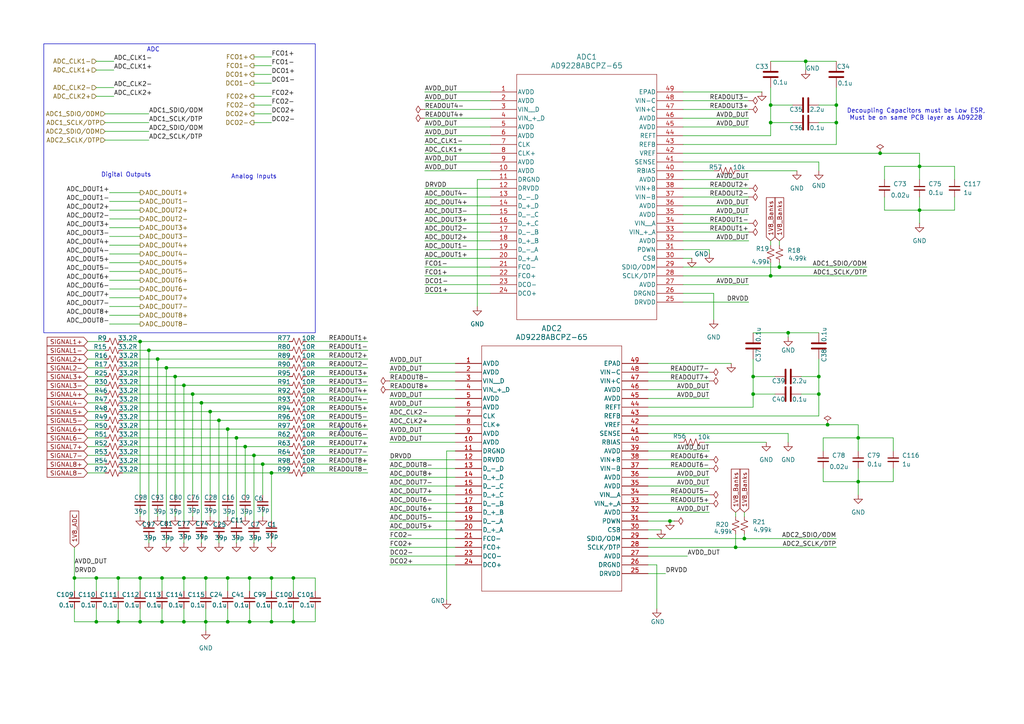
<source format=kicad_sch>
(kicad_sch (version 20250114) (generator "eeschema") (generator_version "9.0")
  (paper "A4")
  (rectangle (start 12.7 12.7) (end 91.44 96.52))
  (text "ADC" (at 44.45 14.478 0) (effects (font (size 1.27 1.27))))
  (text "Decoupling Capacitors must be Low ESR,\nMust be on same PCB layer as AD9228" (at 265.684 33.274 0) (effects (font (size 1.27 1.27))))
  (text "Analog Inputs" (at 73.66 51.308 0) (effects (font (size 1.27 1.27))))
  (text "Digital Outputs" (at 36.576 50.8 0) (effects (font (size 1.27 1.27))))
  (junction (at 78.74 137.16))
  (junction (at 53.34 167.64))
  (junction (at 66.04 180.34))
  (junction (at 228.6 96.52))
  (junction (at 46.99 167.64))
  (junction (at 50.8 109.22))
  (junction (at 58.42 116.84))
  (junction (at 68.58 127))
  (junction (at 248.92 139.7))
  (junction (at 40.64 180.34))
  (junction (at 218.44 109.22))
  (junction (at 248.92 127))
  (junction (at 78.74 167.64))
  (junction (at 45.72 104.14))
  (junction (at 59.69 167.64))
  (junction (at 43.18 101.6))
  (junction (at 46.99 180.34))
  (junction (at 78.74 180.34))
  (junction (at 27.94 167.64))
  (junction (at 237.49 109.22))
  (junction (at 72.39 180.34))
  (junction (at 60.96 119.38))
  (junction (at 73.66 132.08))
  (junction (at 237.49 114.3))
  (junction (at 242.57 30.48))
  (junction (at 223.52 80.01))
  (junction (at 48.26 106.68))
  (junction (at 21.59 167.64))
  (junction (at 223.52 35.56))
  (junction (at 240.03 123.19))
  (junction (at 266.7 60.96))
  (junction (at 85.09 180.34))
  (junction (at 72.39 167.64))
  (junction (at 76.2 134.62))
  (junction (at 27.94 180.34))
  (junction (at 63.5 121.92))
  (junction (at 55.88 114.3))
  (junction (at 213.36 158.75))
  (junction (at 53.34 111.76))
  (junction (at 34.29 180.34))
  (junction (at 223.52 30.48))
  (junction (at 40.64 99.06))
  (junction (at 66.04 167.64))
  (junction (at 59.69 180.34))
  (junction (at 218.44 114.3))
  (junction (at 34.29 167.64))
  (junction (at 66.04 124.46))
  (junction (at 53.34 180.34))
  (junction (at 85.09 167.64))
  (junction (at 194.31 151.13))
  (junction (at 40.64 167.64))
  (junction (at 226.06 77.47))
  (junction (at 242.57 35.56))
  (junction (at 71.12 129.54))
  (junction (at 255.27 44.45))
  (junction (at 266.7 48.26))
  (junction (at 233.68 17.78))
  (junction (at 215.9 156.21))
  (no_connect (at 99.06 124.46))
  (wire (pts (xy 53.34 180.34) (xy 59.69 180.34)))
  (wire (pts (xy 31.75 68.58) (xy 40.64 68.58)))
  (wire (pts (xy 31.75 93.98) (xy 40.64 93.98)))
  (wire (pts (xy 40.64 148.59) (xy 40.64 149.86)))
  (wire (pts (xy 232.41 114.3) (xy 237.49 114.3)))
  (wire (pts (xy 256.54 48.26) (xy 266.7 48.26)))
  (wire (pts (xy 207.01 85.09) (xy 207.01 92.71)))
  (wire (pts (xy 35.56 106.68) (xy 48.26 106.68)))
  (wire (pts (xy 123.19 69.85) (xy 142.24 69.85)))
  (wire (pts (xy 123.19 39.37) (xy 142.24 39.37)))
  (wire (pts (xy 55.88 114.3) (xy 55.88 143.51)))
  (wire (pts (xy 91.44 167.64) (xy 91.44 171.45)))
  (wire (pts (xy 50.8 109.22) (xy 83.82 109.22)))
  (wire (pts (xy 198.12 31.75) (xy 217.17 31.75)))
  (wire (pts (xy 259.08 127) (xy 259.08 130.81)))
  (wire (pts (xy 21.59 176.53) (xy 21.59 180.34)))
  (wire (pts (xy 35.56 129.54) (xy 71.12 129.54)))
  (wire (pts (xy 30.48 33.02) (xy 43.18 33.02)))
  (wire (pts (xy 223.52 80.01) (xy 251.46 80.01)))
  (wire (pts (xy 123.19 85.09) (xy 142.24 85.09)))
  (wire (pts (xy 88.9 106.68) (xy 106.68 106.68)))
  (wire (pts (xy 72.39 167.64) (xy 78.74 167.64)))
  (wire (pts (xy 198.12 85.09) (xy 207.01 85.09)))
  (wire (pts (xy 31.75 71.12) (xy 40.64 71.12)))
  (wire (pts (xy 237.49 35.56) (xy 242.57 35.56)))
  (wire (pts (xy 60.96 119.38) (xy 83.82 119.38)))
  (wire (pts (xy 35.56 101.6) (xy 43.18 101.6)))
  (wire (pts (xy 25.4 109.22) (xy 30.48 109.22)))
  (wire (pts (xy 88.9 111.76) (xy 106.68 111.76)))
  (wire (pts (xy 237.49 104.14) (xy 237.49 109.22)))
  (wire (pts (xy 218.44 114.3) (xy 218.44 118.11)))
  (wire (pts (xy 123.19 26.67) (xy 142.24 26.67)))
  (wire (pts (xy 123.19 54.61) (xy 142.24 54.61)))
  (wire (pts (xy 21.59 167.64) (xy 21.59 171.45)))
  (wire (pts (xy 123.19 46.99) (xy 142.24 46.99)))
  (wire (pts (xy 223.52 69.85) (xy 223.52 71.12)))
  (wire (pts (xy 123.19 57.15) (xy 142.24 57.15)))
  (wire (pts (xy 35.56 134.62) (xy 76.2 134.62)))
  (wire (pts (xy 35.56 119.38) (xy 60.96 119.38)))
  (wire (pts (xy 187.96 107.95) (xy 205.74 107.95)))
  (wire (pts (xy 113.03 148.59) (xy 132.08 148.59)))
  (wire (pts (xy 187.96 161.29) (xy 199.39 161.29)))
  (wire (pts (xy 113.03 143.51) (xy 132.08 143.51)))
  (wire (pts (xy 88.9 132.08) (xy 106.68 132.08)))
  (wire (pts (xy 31.75 78.74) (xy 40.64 78.74)))
  (wire (pts (xy 30.48 35.56) (xy 43.18 35.56)))
  (wire (pts (xy 215.9 154.94) (xy 215.9 156.21)))
  (wire (pts (xy 30.48 101.6) (xy 25.4 101.6)))
  (wire (pts (xy 198.12 46.99) (xy 237.49 46.99)))
  (wire (pts (xy 59.69 180.34) (xy 59.69 176.53)))
  (wire (pts (xy 40.64 176.53) (xy 40.64 180.34)))
  (wire (pts (xy 113.03 128.27) (xy 132.08 128.27)))
  (wire (pts (xy 45.72 104.14) (xy 83.82 104.14)))
  (wire (pts (xy 78.74 180.34) (xy 85.09 180.34)))
  (wire (pts (xy 53.34 111.76) (xy 83.82 111.76)))
  (wire (pts (xy 123.19 36.83) (xy 142.24 36.83)))
  (wire (pts (xy 78.74 167.64) (xy 78.74 171.45)))
  (wire (pts (xy 113.03 146.05) (xy 132.08 146.05)))
  (wire (pts (xy 27.94 17.78) (xy 33.02 17.78)))
  (wire (pts (xy 123.19 62.23) (xy 142.24 62.23)))
  (wire (pts (xy 187.96 123.19) (xy 240.03 123.19)))
  (wire (pts (xy 232.41 109.22) (xy 237.49 109.22)))
  (wire (pts (xy 198.12 41.91) (xy 242.57 41.91)))
  (wire (pts (xy 217.17 87.63) (xy 198.12 87.63)))
  (wire (pts (xy 187.96 143.51) (xy 205.74 143.51)))
  (wire (pts (xy 35.56 116.84) (xy 58.42 116.84)))
  (wire (pts (xy 187.96 130.81) (xy 205.74 130.81)))
  (wire (pts (xy 198.12 62.23) (xy 217.17 62.23)))
  (wire (pts (xy 31.75 66.04) (xy 40.64 66.04)))
  (wire (pts (xy 218.44 109.22) (xy 224.79 109.22)))
  (wire (pts (xy 50.8 148.59) (xy 50.8 149.86)))
  (wire (pts (xy 237.49 46.99) (xy 237.49 49.53)))
  (wire (pts (xy 35.56 132.08) (xy 73.66 132.08)))
  (wire (pts (xy 238.76 139.7) (xy 248.92 139.7)))
  (wire (pts (xy 88.9 127) (xy 106.68 127)))
  (wire (pts (xy 187.96 128.27) (xy 196.85 128.27)))
  (wire (pts (xy 88.9 137.16) (xy 106.68 137.16)))
  (wire (pts (xy 55.88 114.3) (xy 83.82 114.3)))
  (wire (pts (xy 31.75 73.66) (xy 40.64 73.66)))
  (wire (pts (xy 27.94 176.53) (xy 27.94 180.34)))
  (wire (pts (xy 72.39 180.34) (xy 78.74 180.34)))
  (wire (pts (xy 187.96 120.65) (xy 237.49 120.65)))
  (wire (pts (xy 187.96 138.43) (xy 205.74 138.43)))
  (wire (pts (xy 218.44 96.52) (xy 228.6 96.52)))
  (wire (pts (xy 76.2 134.62) (xy 83.82 134.62)))
  (wire (pts (xy 113.03 153.67) (xy 132.08 153.67)))
  (wire (pts (xy 73.66 21.59) (xy 78.74 21.59)))
  (wire (pts (xy 123.19 31.75) (xy 142.24 31.75)))
  (wire (pts (xy 73.66 27.94) (xy 78.74 27.94)))
  (wire (pts (xy 198.12 36.83) (xy 217.17 36.83)))
  (wire (pts (xy 228.6 96.52) (xy 237.49 96.52)))
  (wire (pts (xy 59.69 171.45) (xy 59.69 167.64)))
  (wire (pts (xy 27.94 180.34) (xy 34.29 180.34)))
  (wire (pts (xy 45.72 148.59) (xy 45.72 149.86)))
  (wire (pts (xy 34.29 180.34) (xy 40.64 180.34)))
  (wire (pts (xy 123.19 41.91) (xy 142.24 41.91)))
  (wire (pts (xy 113.03 123.19) (xy 132.08 123.19)))
  (wire (pts (xy 187.96 151.13) (xy 194.31 151.13)))
  (wire (pts (xy 40.64 167.64) (xy 46.99 167.64)))
  (wire (pts (xy 53.34 176.53) (xy 53.34 180.34)))
  (wire (pts (xy 266.7 60.96) (xy 266.7 57.15)))
  (wire (pts (xy 31.75 83.82) (xy 40.64 83.82)))
  (wire (pts (xy 248.92 127) (xy 259.08 127)))
  (wire (pts (xy 73.66 35.56) (xy 78.74 35.56)))
  (wire (pts (xy 31.75 60.96) (xy 40.64 60.96)))
  (wire (pts (xy 218.44 109.22) (xy 218.44 114.3)))
  (wire (pts (xy 85.09 176.53) (xy 85.09 180.34)))
  (wire (pts (xy 88.9 99.06) (xy 106.68 99.06)))
  (wire (pts (xy 35.56 124.46) (xy 66.04 124.46)))
  (wire (pts (xy 256.54 60.96) (xy 266.7 60.96)))
  (wire (pts (xy 31.75 63.5) (xy 40.64 63.5)))
  (wire (pts (xy 34.29 176.53) (xy 34.29 180.34)))
  (wire (pts (xy 73.66 156.21) (xy 73.66 157.48)))
  (wire (pts (xy 187.96 158.75) (xy 213.36 158.75)))
  (wire (pts (xy 123.19 64.77) (xy 142.24 64.77)))
  (wire (pts (xy 30.48 129.54) (xy 25.4 129.54)))
  (wire (pts (xy 215.9 156.21) (xy 242.57 156.21)))
  (wire (pts (xy 113.03 158.75) (xy 132.08 158.75)))
  (wire (pts (xy 25.4 137.16) (xy 30.48 137.16)))
  (wire (pts (xy 113.03 105.41) (xy 132.08 105.41)))
  (wire (pts (xy 187.96 153.67) (xy 191.77 153.67)))
  (wire (pts (xy 198.12 77.47) (xy 226.06 77.47)))
  (wire (pts (xy 31.75 55.88) (xy 40.64 55.88)))
  (wire (pts (xy 213.36 158.75) (xy 242.57 158.75)))
  (wire (pts (xy 123.19 80.01) (xy 142.24 80.01)))
  (wire (pts (xy 113.03 110.49) (xy 132.08 110.49)))
  (wire (pts (xy 66.04 180.34) (xy 72.39 180.34)))
  (wire (pts (xy 63.5 121.92) (xy 63.5 151.13)))
  (wire (pts (xy 195.58 151.13) (xy 194.31 151.13)))
  (wire (pts (xy 266.7 48.26) (xy 276.86 48.26)))
  (wire (pts (xy 68.58 127) (xy 68.58 151.13)))
  (wire (pts (xy 40.64 99.06) (xy 83.82 99.06)))
  (wire (pts (xy 123.19 49.53) (xy 142.24 49.53)))
  (wire (pts (xy 53.34 167.64) (xy 59.69 167.64)))
  (wire (pts (xy 198.12 39.37) (xy 223.52 39.37)))
  (wire (pts (xy 129.54 130.81) (xy 129.54 173.99)))
  (wire (pts (xy 88.9 101.6) (xy 106.68 101.6)))
  (wire (pts (xy 238.76 135.89) (xy 238.76 139.7)))
  (wire (pts (xy 76.2 134.62) (xy 76.2 143.51)))
  (wire (pts (xy 46.99 167.64) (xy 46.99 171.45)))
  (wire (pts (xy 45.72 104.14) (xy 45.72 143.51)))
  (wire (pts (xy 255.27 44.45) (xy 266.7 44.45)))
  (wire (pts (xy 218.44 114.3) (xy 224.79 114.3)))
  (wire (pts (xy 66.04 167.64) (xy 72.39 167.64)))
  (wire (pts (xy 25.4 104.14) (xy 30.48 104.14)))
  (wire (pts (xy 113.03 135.89) (xy 132.08 135.89)))
  (wire (pts (xy 73.66 16.51) (xy 78.74 16.51)))
  (wire (pts (xy 21.59 167.64) (xy 27.94 167.64)))
  (wire (pts (xy 76.2 148.59) (xy 76.2 149.86)))
  (wire (pts (xy 35.56 109.22) (xy 50.8 109.22)))
  (wire (pts (xy 34.29 167.64) (xy 34.29 171.45)))
  (wire (pts (xy 58.42 156.21) (xy 58.42 157.48)))
  (wire (pts (xy 123.19 74.93) (xy 142.24 74.93)))
  (wire (pts (xy 21.59 158.75) (xy 21.59 167.64)))
  (wire (pts (xy 43.18 156.21) (xy 43.18 157.48)))
  (wire (pts (xy 31.75 88.9) (xy 40.64 88.9)))
  (wire (pts (xy 43.18 101.6) (xy 83.82 101.6)))
  (wire (pts (xy 242.57 30.48) (xy 242.57 35.56)))
  (wire (pts (xy 46.99 180.34) (xy 53.34 180.34)))
  (wire (pts (xy 198.12 82.55) (xy 217.17 82.55)))
  (wire (pts (xy 198.12 59.69) (xy 217.17 59.69)))
  (wire (pts (xy 25.4 106.68) (xy 30.48 106.68)))
  (wire (pts (xy 25.4 127) (xy 30.48 127)))
  (wire (pts (xy 223.52 35.56) (xy 223.52 39.37)))
  (wire (pts (xy 53.34 156.21) (xy 53.34 157.48)))
  (wire (pts (xy 35.56 104.14) (xy 45.72 104.14)))
  (wire (pts (xy 113.03 133.35) (xy 132.08 133.35)))
  (wire (pts (xy 63.5 156.21) (xy 63.5 157.48)))
  (wire (pts (xy 88.9 104.14) (xy 106.68 104.14)))
  (wire (pts (xy 88.9 121.92) (xy 106.68 121.92)))
  (wire (pts (xy 223.52 35.56) (xy 229.87 35.56)))
  (wire (pts (xy 187.96 105.41) (xy 212.09 105.41)))
  (wire (pts (xy 72.39 171.45) (xy 72.39 167.64)))
  (wire (pts (xy 58.42 116.84) (xy 58.42 151.13)))
  (wire (pts (xy 123.19 44.45) (xy 142.24 44.45)))
  (wire (pts (xy 63.5 121.92) (xy 83.82 121.92)))
  (wire (pts (xy 242.57 35.56) (xy 242.57 41.91)))
  (wire (pts (xy 132.08 130.81) (xy 129.54 130.81)))
  (wire (pts (xy 35.56 121.92) (xy 63.5 121.92)))
  (wire (pts (xy 215.9 148.59) (xy 215.9 149.86)))
  (wire (pts (xy 85.09 167.64) (xy 91.44 167.64)))
  (wire (pts (xy 25.4 116.84) (xy 30.48 116.84)))
  (wire (pts (xy 187.96 133.35) (xy 205.74 133.35)))
  (wire (pts (xy 256.54 57.15) (xy 256.54 60.96)))
  (wire (pts (xy 25.4 111.76) (xy 30.48 111.76)))
  (wire (pts (xy 25.4 134.62) (xy 30.48 134.62)))
  (wire (pts (xy 190.5 163.83) (xy 187.96 163.83)))
  (wire (pts (xy 187.96 140.97) (xy 205.74 140.97)))
  (wire (pts (xy 223.52 30.48) (xy 223.52 35.56)))
  (wire (pts (xy 88.9 114.3) (xy 106.68 114.3)))
  (wire (pts (xy 58.42 116.84) (xy 83.82 116.84)))
  (wire (pts (xy 113.03 156.21) (xy 132.08 156.21)))
  (wire (pts (xy 66.04 124.46) (xy 66.04 143.51)))
  (wire (pts (xy 198.12 69.85) (xy 217.17 69.85)))
  (wire (pts (xy 55.88 148.59) (xy 55.88 149.86)))
  (wire (pts (xy 31.75 81.28) (xy 40.64 81.28)))
  (wire (pts (xy 113.03 140.97) (xy 132.08 140.97)))
  (wire (pts (xy 78.74 156.21) (xy 78.74 157.48)))
  (wire (pts (xy 123.19 67.31) (xy 142.24 67.31)))
  (wire (pts (xy 46.99 176.53) (xy 46.99 180.34)))
  (wire (pts (xy 113.03 113.03) (xy 132.08 113.03)))
  (wire (pts (xy 71.12 129.54) (xy 83.82 129.54)))
  (wire (pts (xy 242.57 25.4) (xy 242.57 30.48)))
  (wire (pts (xy 213.36 154.94) (xy 213.36 158.75)))
  (wire (pts (xy 213.36 148.59) (xy 213.36 149.86)))
  (wire (pts (xy 71.12 129.54) (xy 71.12 143.51)))
  (wire (pts (xy 25.4 132.08) (xy 30.48 132.08)))
  (wire (pts (xy 30.48 40.64) (xy 43.18 40.64)))
  (wire (pts (xy 66.04 167.64) (xy 66.04 171.45)))
  (wire (pts (xy 198.12 57.15) (xy 217.17 57.15)))
  (wire (pts (xy 259.08 135.89) (xy 259.08 139.7)))
  (wire (pts (xy 78.74 137.16) (xy 78.74 151.13)))
  (wire (pts (xy 68.58 156.21) (xy 68.58 157.48)))
  (wire (pts (xy 78.74 176.53) (xy 78.74 180.34)))
  (wire (pts (xy 50.8 109.22) (xy 50.8 143.51)))
  (wire (pts (xy 198.12 72.39) (xy 205.74 72.39)))
  (wire (pts (xy 35.56 127) (xy 68.58 127)))
  (wire (pts (xy 25.4 124.46) (xy 30.48 124.46)))
  (wire (pts (xy 68.58 127) (xy 83.82 127)))
  (wire (pts (xy 88.9 124.46) (xy 106.68 124.46)))
  (wire (pts (xy 85.09 167.64) (xy 85.09 171.45)))
  (wire (pts (xy 223.52 76.2) (xy 223.52 80.01)))
  (wire (pts (xy 123.19 72.39) (xy 142.24 72.39)))
  (wire (pts (xy 187.96 115.57) (xy 205.74 115.57)))
  (wire (pts (xy 198.12 49.53) (xy 207.01 49.53)))
  (wire (pts (xy 123.19 59.69) (xy 142.24 59.69)))
  (wire (pts (xy 214.63 49.53) (xy 231.14 49.53)))
  (wire (pts (xy 198.12 44.45) (xy 255.27 44.45)))
  (wire (pts (xy 123.19 34.29) (xy 142.24 34.29)))
  (wire (pts (xy 66.04 148.59) (xy 66.04 149.86)))
  (wire (pts (xy 123.19 77.47) (xy 142.24 77.47)))
  (wire (pts (xy 71.12 148.59) (xy 71.12 149.86)))
  (wire (pts (xy 113.03 125.73) (xy 132.08 125.73)))
  (wire (pts (xy 60.96 148.59) (xy 60.96 149.86)))
  (wire (pts (xy 266.7 48.26) (xy 266.7 52.07)))
  (wire (pts (xy 35.56 137.16) (xy 78.74 137.16)))
  (wire (pts (xy 237.49 30.48) (xy 242.57 30.48)))
  (wire (pts (xy 223.52 30.48) (xy 229.87 30.48)))
  (wire (pts (xy 31.75 76.2) (xy 40.64 76.2)))
  (wire (pts (xy 223.52 17.78) (xy 233.68 17.78)))
  (wire (pts (xy 59.69 180.34) (xy 66.04 180.34)))
  (wire (pts (xy 198.12 74.93) (xy 200.66 74.93)))
  (wire (pts (xy 198.12 64.77) (xy 217.17 64.77)))
  (wire (pts (xy 60.96 119.38) (xy 60.96 143.51)))
  (wire (pts (xy 73.66 132.08) (xy 73.66 151.13)))
  (wire (pts (xy 59.69 167.64) (xy 66.04 167.64)))
  (wire (pts (xy 31.75 91.44) (xy 40.64 91.44)))
  (wire (pts (xy 113.03 120.65) (xy 132.08 120.65)))
  (wire (pts (xy 53.34 167.64) (xy 53.34 171.45)))
  (wire (pts (xy 187.96 148.59) (xy 205.74 148.59)))
  (wire (pts (xy 113.03 107.95) (xy 132.08 107.95)))
  (wire (pts (xy 123.19 82.55) (xy 142.24 82.55)))
  (wire (pts (xy 187.96 125.73) (xy 228.6 125.73)))
  (wire (pts (xy 276.86 60.96) (xy 266.7 60.96)))
  (wire (pts (xy 266.7 60.96) (xy 266.7 64.77)))
  (wire (pts (xy 190.5 176.53) (xy 190.5 163.83)))
  (wire (pts (xy 248.92 123.19) (xy 248.92 127)))
  (wire (pts (xy 31.75 86.36) (xy 40.64 86.36)))
  (wire (pts (xy 31.75 58.42) (xy 40.64 58.42)))
  (wire (pts (xy 138.43 52.07) (xy 138.43 88.9)))
  (wire (pts (xy 40.64 167.64) (xy 40.64 171.45)))
  (wire (pts (xy 27.94 25.4) (xy 33.02 25.4)))
  (wire (pts (xy 73.66 33.02) (xy 78.74 33.02)))
  (wire (pts (xy 72.39 176.53) (xy 72.39 180.34)))
  (wire (pts (xy 187.96 113.03) (xy 205.74 113.03)))
  (wire (pts (xy 198.12 34.29) (xy 217.17 34.29)))
  (wire (pts (xy 240.03 123.19) (xy 248.92 123.19)))
  (wire (pts (xy 43.18 101.6) (xy 43.18 151.13)))
  (wire (pts (xy 187.96 146.05) (xy 205.74 146.05)))
  (wire (pts (xy 123.19 29.21) (xy 142.24 29.21)))
  (wire (pts (xy 48.26 106.68) (xy 83.82 106.68)))
  (wire (pts (xy 113.03 163.83) (xy 132.08 163.83)))
  (wire (pts (xy 266.7 44.45) (xy 266.7 48.26)))
  (wire (pts (xy 27.94 171.45) (xy 27.94 167.64)))
  (wire (pts (xy 226.06 77.47) (xy 251.46 77.47)))
  (wire (pts (xy 73.66 19.05) (xy 78.74 19.05)))
  (wire (pts (xy 198.12 80.01) (xy 223.52 80.01)))
  (wire (pts (xy 25.4 114.3) (xy 30.48 114.3)))
  (wire (pts (xy 27.94 27.94) (xy 33.02 27.94)))
  (wire (pts (xy 88.9 119.38) (xy 106.68 119.38)))
  (wire (pts (xy 238.76 127) (xy 238.76 130.81)))
  (wire (pts (xy 53.34 111.76) (xy 53.34 151.13)))
  (wire (pts (xy 113.03 115.57) (xy 132.08 115.57)))
  (wire (pts (xy 88.9 134.62) (xy 106.68 134.62)))
  (wire (pts (xy 66.04 176.53) (xy 66.04 180.34)))
  (wire (pts (xy 198.12 26.67) (xy 220.98 26.67)))
  (wire (pts (xy 223.52 25.4) (xy 223.52 30.48)))
  (wire (pts (xy 66.04 124.46) (xy 83.82 124.46)))
  (wire (pts (xy 88.9 116.84) (xy 106.68 116.84)))
  (wire (pts (xy 27.94 167.64) (xy 34.29 167.64)))
  (wire (pts (xy 198.12 67.31) (xy 217.17 67.31)))
  (wire (pts (xy 73.66 30.48) (xy 78.74 30.48)))
  (wire (pts (xy 27.94 20.32) (xy 33.02 20.32)))
  (wire (pts (xy 204.47 128.27) (xy 222.25 128.27)))
  (wire (pts (xy 113.03 151.13) (xy 132.08 151.13)))
  (wire (pts (xy 237.49 109.22) (xy 237.49 114.3)))
  (wire (pts (xy 73.66 24.13) (xy 78.74 24.13)))
  (wire (pts (xy 35.56 114.3) (xy 55.88 114.3)))
  (wire (pts (xy 193.04 166.37) (xy 187.96 166.37)))
  (wire (pts (xy 248.92 139.7) (xy 248.92 135.89)))
  (wire (pts (xy 25.4 99.06) (xy 30.48 99.06)))
  (wire (pts (xy 218.44 104.14) (xy 218.44 109.22)))
  (wire (pts (xy 78.74 167.64) (xy 85.09 167.64)))
  (wire (pts (xy 248.92 139.7) (xy 248.92 143.51)))
  (wire (pts (xy 259.08 139.7) (xy 248.92 139.7)))
  (wire (pts (xy 113.03 161.29) (xy 132.08 161.29)))
  (wire (pts (xy 48.26 106.68) (xy 48.26 151.13)))
  (wire (pts (xy 48.26 156.21) (xy 48.26 157.48)))
  (wire (pts (xy 248.92 127) (xy 248.92 130.81)))
  (wire (pts (xy 228.6 97.79) (xy 228.6 96.52)))
  (wire (pts (xy 198.12 52.07) (xy 217.17 52.07)))
  (wire (pts (xy 35.56 111.76) (xy 53.34 111.76)))
  (wire (pts (xy 237.49 114.3) (xy 237.49 120.65)))
  (wire (pts (xy 46.99 167.64) (xy 53.34 167.64)))
  (wire (pts (xy 142.24 52.07) (xy 138.43 52.07)))
  (wire (pts (xy 198.12 29.21) (xy 217.17 29.21)))
  (wire (pts (xy 187.96 118.11) (xy 218.44 118.11)))
  (wire (pts (xy 233.68 17.78) (xy 242.57 17.78)))
  (wire (pts (xy 85.09 180.34) (xy 91.44 180.34)))
  (wire (pts (xy 25.4 121.92) (xy 30.48 121.92)))
  (wire (pts (xy 40.64 99.06) (xy 40.64 143.51)))
  (wire (pts (xy 256.54 48.26) (xy 256.54 52.07)))
  (wire (pts (xy 25.4 119.38) (xy 30.48 119.38)))
  (wire (pts (xy 198.12 54.61) (xy 217.17 54.61)))
  (wire (pts (xy 35.56 99.06) (xy 40.64 99.06)))
  (wire (pts (xy 276.86 48.26) (xy 276.86 52.07)))
  (wire (pts (xy 88.9 129.54) (xy 106.68 129.54)))
  (wire (pts (xy 113.03 138.43) (xy 132.08 138.43)))
  (wire (pts (xy 226.06 76.2) (xy 226.06 77.47)))
  (wire (pts (xy 228.6 125.73) (xy 228.6 128.27)))
  (wire (pts (xy 233.68 20.32) (xy 233.68 17.78)))
  (wire (pts (xy 21.59 180.34) (xy 27.94 180.34)))
  (wire (pts (xy 59.69 180.34) (xy 59.69 182.88)))
  (wire (pts (xy 40.64 180.34) (xy 46.99 180.34)))
  (wire (pts (xy 187.96 156.21) (xy 215.9 156.21)))
  (wire (pts (xy 226.06 69.85) (xy 226.06 71.12)))
  (wire (pts (xy 276.86 57.15) (xy 276.86 60.96)))
  (wire (pts (xy 205.74 72.39) (xy 205.74 73.66)))
  (wire (pts (xy 187.96 135.89) (xy 205.74 135.89)))
  (wire (pts (xy 238.76 127) (xy 248.92 127)))
  (wire (pts (xy 78.74 137.16) (xy 83.82 137.16)))
  (wire (pts (xy 30.48 38.1) (xy 43.18 38.1)))
  (wire (pts (xy 91.44 180.34) (xy 91.44 176.53)))
  (wire (pts (xy 34.29 167.64) (xy 40.64 167.64)))
  (wire (pts (xy 113.03 118.11) (xy 132.08 118.11)))
  (wire (pts (xy 88.9 109.22) (xy 106.68 109.22)))
  (wire (pts (xy 73.66 132.08) (xy 83.82 132.08)))
  (wire (pts (xy 187.96 110.49) (xy 205.74 110.49)))
  (label "AVDD_DUT" (at 113.03 105.41 0))
  (label "READOUT2-" (at 106.68 106.68 180))
  (label "AVDD_DUT" (at 217.17 69.85 180))
  (label "ADC_DOUT8+" (at 31.75 91.44 180))
  (label "ADC_DOUT2+" (at 31.75 60.96 180))
  (label "ADC_CLK2-" (at 33.02 25.4 0))
  (label "AVDD_DUT" (at 113.03 115.57 0))
  (label "ADC_DOUT1+" (at 31.75 55.88 180))
  (label "AVDD_DUT" (at 123.19 26.67 0))
  (label "READOUT1+" (at 217.17 67.31 180))
  (label "AVDD_DUT" (at 123.19 29.21 0))
  (label "DCO1-" (at 78.74 24.13 0))
  (label "AVDD_DUT" (at 123.19 46.99 0))
  (label "READOUT1+" (at 106.68 99.06 180))
  (label "READOUT1-" (at 217.17 64.77 180))
  (label "ADC_DOUT4-" (at 31.75 73.66 180))
  (label "ADC_DOUT1-" (at 123.19 72.39 0))
  (label "AVDD_DUT" (at 199.39 161.29 0))
  (label "READOUT3+" (at 106.68 109.22 180))
  (label "READOUT4-" (at 106.68 116.84 180))
  (label "ADC_DOUT3+" (at 31.75 66.04 180))
  (label "ADC_DOUT4-" (at 123.19 57.15 0))
  (label "AVDD_DUT" (at 205.74 148.59 180))
  (label "READOUT8+" (at 113.03 113.03 0))
  (label "READOUT4+" (at 123.19 34.29 0))
  (label "ADC_DOUT5-" (at 113.03 151.13 0))
  (label "ADC_DOUT2-" (at 123.19 67.31 0))
  (label "ADC_CLK2-" (at 113.03 120.65 0))
  (label "AVDD_DUT" (at 205.74 140.97 180))
  (label "READOUT5+" (at 106.68 119.38 180))
  (label "ADC_DOUT6-" (at 31.75 83.82 180))
  (label "READOUT5+" (at 205.74 146.05 180))
  (label "ADC1_SCLK{slash}DTP" (at 43.18 35.56 0))
  (label "AVDD_DUT" (at 123.19 36.83 0))
  (label "ADC_DOUT5-" (at 31.75 78.74 180))
  (label "READOUT7-" (at 205.74 107.95 180))
  (label "DCO2+" (at 78.74 33.02 0))
  (label "FCO1-" (at 123.19 77.47 0))
  (label "READOUT6-" (at 205.74 135.89 180))
  (label "FCO2+" (at 113.03 158.75 0))
  (label "AVDD_DUT" (at 217.17 34.29 180))
  (label "FCO1+" (at 123.19 80.01 0))
  (label "AVDD_DUT" (at 113.03 107.95 0))
  (label "ADC_DOUT1+" (at 123.19 74.93 0))
  (label "AVDD_DUT" (at 217.17 82.55 180))
  (label "AVDD_DUT" (at 217.17 59.69 180))
  (label "ADC2_SCLK{slash}DTP" (at 242.57 158.75 180))
  (label "ADC2_SCLK{slash}DTP" (at 43.18 40.64 0))
  (label "ADC_CLK1-" (at 33.02 17.78 0))
  (label "FCO2-" (at 113.03 156.21 0))
  (label "READOUT5-" (at 205.74 143.51 180))
  (label "AVDD_DUT" (at 205.74 115.57 180))
  (label "ADC_DOUT6+" (at 113.03 148.59 0))
  (label "ADC_CLK1+" (at 123.19 44.45 0))
  (label "ADC2_SDIO{slash}ODM" (at 242.57 156.21 180))
  (label "ADC_DOUT3-" (at 31.75 68.58 180))
  (label "AVDD_DUT" (at 123.19 39.37 0))
  (label "DRVDD" (at 193.04 166.37 0))
  (label "READOUT7-" (at 106.68 132.08 180))
  (label "ADC_DOUT8-" (at 113.03 135.89 0))
  (label "READOUT8-" (at 106.68 137.16 180))
  (label "DRVDD" (at 21.59 166.37 0))
  (label "READOUT3-" (at 106.68 111.76 180))
  (label "ADC_DOUT7+" (at 113.03 143.51 0))
  (label "AVDD_DUT" (at 217.17 62.23 180))
  (label "AVDD_DUT" (at 205.74 130.81 180))
  (label "ADC_DOUT1-" (at 31.75 58.42 180))
  (label "FCO2+" (at 78.74 27.94 0))
  (label "ADC_CLK1-" (at 123.19 41.91 0))
  (label "DCO2+" (at 113.03 163.83 0))
  (label "READOUT6+" (at 106.68 124.46 180))
  (label "READOUT6+" (at 205.74 133.35 180))
  (label "ADC1_SDIO{slash}ODM" (at 251.46 77.47 180))
  (label "DRVDD" (at 217.17 87.63 180))
  (label "AVDD_DUT" (at 217.17 52.07 180))
  (label "ADC_DOUT4+" (at 123.19 59.69 0))
  (label "AVDD_DUT" (at 21.59 163.83 0))
  (label "DCO1+" (at 78.74 21.59 0))
  (label "AVDD_DUT" (at 205.74 138.43 180))
  (label "READOUT7+" (at 106.68 129.54 180))
  (label "DCO1-" (at 123.19 82.55 0))
  (label "ADC_DOUT3-" (at 123.19 62.23 0))
  (label "READOUT8+" (at 106.68 134.62 180))
  (label "ADC_CLK2+" (at 33.02 27.94 0))
  (label "DRVDD" (at 113.03 133.35 0))
  (label "DCO1+" (at 123.19 85.09 0))
  (label "DCO2-" (at 113.03 161.29 0))
  (label "ADC_DOUT6+" (at 31.75 81.28 180))
  (label "ADC_DOUT4+" (at 31.75 71.12 180))
  (label "ADC_DOUT2-" (at 31.75 63.5 180))
  (label "ADC_DOUT8-" (at 31.75 93.98 180))
  (label "AVDD_DUT" (at 217.17 36.83 180))
  (label "READOUT4+" (at 106.68 114.3 180))
  (label "READOUT4-" (at 123.19 31.75 0))
  (label "ADC_DOUT7+" (at 31.75 86.36 180))
  (label "AVDD_DUT" (at 113.03 128.27 0))
  (label "AVDD_DUT" (at 113.03 118.11 0))
  (label "READOUT1-" (at 106.68 101.6 180))
  (label "AVDD_DUT" (at 113.03 125.73 0))
  (label "READOUT2-" (at 217.17 57.15 180))
  (label "READOUT7+" (at 205.74 110.49 180))
  (label "ADC1_SDIO{slash}ODM" (at 43.18 33.02 0))
  (label "DCO2-" (at 78.74 35.56 0))
  (label "READOUT3-" (at 217.17 29.21 180))
  (label "READOUT5-" (at 106.68 121.92 180))
  (label "ADC2_SDIO{slash}ODM" (at 43.18 38.1 0))
  (label "ADC_CLK1+" (at 33.02 20.32 0))
  (label "ADC_DOUT6-" (at 113.03 146.05 0))
  (label "READOUT8-" (at 113.03 110.49 0))
  (label "READOUT6-" (at 106.68 127 180))
  (label "ADC_DOUT5+" (at 113.03 153.67 0))
  (label "ADC1_SCLK{slash}DTP" (at 251.46 80.01 180))
  (label "AVDD_DUT" (at 205.74 113.03 180))
  (label "READOUT2+" (at 106.68 104.14 180))
  (label "ADC_DOUT8+" (at 113.03 138.43 0))
  (label "DRVDD" (at 123.19 54.61 0))
  (label "ADC_DOUT7-" (at 31.75 88.9 180))
  (label "ADC_DOUT3+" (at 123.19 64.77 0))
  (label "ADC_DOUT7-" (at 113.03 140.97 0))
  (label "AVDD_DUT" (at 123.19 49.53 0))
  (label "FCO1-" (at 78.74 19.05 0))
  (label "READOUT3+" (at 217.17 31.75 180))
  (label "ADC_DOUT2+" (at 123.19 69.85 0))
  (label "READOUT2+" (at 217.17 54.61 180))
  (label "FCO1+" (at 78.74 16.51 0))
  (label "ADC_DOUT5+" (at 31.75 76.2 180))
  (label "FCO2-" (at 78.74 30.48 0))
  (label "ADC_CLK2+" (at 113.03 123.19 0))
  (global_label "1V8_Banks" (shape input) (at 215.9 148.59 90) (property "Intersheetrefs" "${INTERSHEET_REFS}" (effects (hide yes))))
  (global_label "1V8_Banks" (shape input) (at 223.52 69.85 90) (property "Intersheetrefs" "${INTERSHEET_REFS}" (effects (hide yes))))
  (global_label "SIGNAL7+" (shape input) (at 25.4 129.54 180) (property "Intersheetrefs" "${INTERSHEET_REFS}" (effects (hide yes))))
  (global_label "SIGNAL8-" (shape input) (at 25.4 137.16 180) (property "Intersheetrefs" "${INTERSHEET_REFS}" (effects (hide yes))))
  (global_label "1V8_Banks" (shape input) (at 213.36 148.59 90) (property "Intersheetrefs" "${INTERSHEET_REFS}" (effects (hide yes))))
  (global_label "SIGNAL3-" (shape input) (at 25.4 111.76 180) (property "Intersheetrefs" "${INTERSHEET_REFS}" (effects (hide yes))))
  (global_label "SIGNAL5+" (shape input) (at 25.4 119.38 180) (property "Intersheetrefs" "${INTERSHEET_REFS}" (effects (hide yes))))
  (global_label "SIGNAL8+" (shape input) (at 25.4 134.62 180) (property "Intersheetrefs" "${INTERSHEET_REFS}" (effects (hide yes))))
  (global_label "SIGNAL1+" (shape input) (at 25.4 99.06 180) (property "Intersheetrefs" "${INTERSHEET_REFS}" (effects (hide yes))))
  (global_label "SIGNAL1-" (shape input) (at 25.4 101.6 180) (property "Intersheetrefs" "${INTERSHEET_REFS}" (effects (hide yes))))
  (global_label "SIGNAL7-" (shape input) (at 25.4 132.08 180) (property "Intersheetrefs" "${INTERSHEET_REFS}" (effects (hide yes))))
  (global_label "1V8_ADC" (shape input) (at 21.59 158.75 90) (property "Intersheetrefs" "${INTERSHEET_REFS}" (effects (hide yes))))
  (global_label "SIGNAL6+" (shape input) (at 25.4 124.46 180) (property "Intersheetrefs" "${INTERSHEET_REFS}" (effects (hide yes))))
  (global_label "SIGNAL4+" (shape input) (at 25.4 114.3 180) (property "Intersheetrefs" "${INTERSHEET_REFS}" (effects (hide yes))))
  (global_label "SIGNAL6-" (shape input) (at 25.4 127 180) (property "Intersheetrefs" "${INTERSHEET_REFS}" (effects (hide yes))))
  (global_label "SIGNAL2-" (shape input) (at 25.4 106.68 180) (property "Intersheetrefs" "${INTERSHEET_REFS}" (effects (hide yes))))
  (global_label "SIGNAL3+" (shape input) (at 25.4 109.22 180) (property "Intersheetrefs" "${INTERSHEET_REFS}" (effects (hide yes))))
  (global_label "1V8_Banks" (shape input) (at 226.06 69.85 90) (property "Intersheetrefs" "${INTERSHEET_REFS}" (effects (hide yes))))
  (global_label "SIGNAL5-" (shape input) (at 25.4 121.92 180) (property "Intersheetrefs" "${INTERSHEET_REFS}" (effects (hide yes))))
  (global_label "SIGNAL2+" (shape input) (at 25.4 104.14 180) (property "Intersheetrefs" "${INTERSHEET_REFS}" (effects (hide yes))))
  (global_label "SIGNAL4-" (shape input) (at 25.4 116.84 180) (property "Intersheetrefs" "${INTERSHEET_REFS}" (effects (hide yes))))
  (hierarchical_label "ADC1_SCLK{slash}DTP" (shape input) (at 30.48 35.56 180))
  (hierarchical_label "ADC_CLK1+" (shape input) (at 27.94 20.32 180))
  (hierarchical_label "ADC_DOUT6-" (shape output) (at 40.64 83.82 0))
  (hierarchical_label "FCO2-" (shape output) (at 73.66 30.48 180))
  (hierarchical_label "FCO2+" (shape output) (at 73.66 27.94 180))
  (hierarchical_label "ADC_DOUT5+" (shape output) (at 40.64 76.2 0))
  (hierarchical_label "ADC_DOUT3+" (shape output) (at 40.64 66.04 0))
  (hierarchical_label "ADC_DOUT2-" (shape output) (at 40.64 63.5 0))
  (hierarchical_label "ADC_CLK1-" (shape input) (at 27.94 17.78 180))
  (hierarchical_label "ADC_DOUT8+" (shape output) (at 40.64 91.44 0))
  (hierarchical_label "ADC_DOUT6+" (shape output) (at 40.64 81.28 0))
  (hierarchical_label "ADC_DOUT4-" (shape output) (at 40.64 73.66 0))
  (hierarchical_label "DCO2+" (shape output) (at 73.66 33.02 180))
  (hierarchical_label "ADC_DOUT2+" (shape output) (at 40.64 60.96 0))
  (hierarchical_label "ADC_DOUT5-" (shape output) (at 40.64 78.74 0))
  (hierarchical_label "DCO2-" (shape output) (at 73.66 35.56 180))
  (hierarchical_label "ADC_DOUT7+" (shape output) (at 40.64 86.36 0))
  (hierarchical_label "ADC2_SDIO{slash}ODM" (shape input) (at 30.48 38.1 180))
  (hierarchical_label "ADC_DOUT1+" (shape output) (at 40.64 55.88 0))
  (hierarchical_label "FCO1+" (shape output) (at 73.66 16.51 180))
  (hierarchical_label "ADC_CLK2+" (shape input) (at 27.94 27.94 180))
  (hierarchical_label "ADC_DOUT8-" (shape output) (at 40.64 93.98 0))
  (hierarchical_label "DCO1-" (shape output) (at 73.66 24.13 180))
  (hierarchical_label "DCO1+" (shape output) (at 73.66 21.59 180))
  (hierarchical_label "ADC1_SDIO{slash}ODM" (shape input) (at 30.48 33.02 180))
  (hierarchical_label "ADC_DOUT4+" (shape output) (at 40.64 71.12 0))
  (hierarchical_label "ADC_DOUT7-" (shape output) (at 40.64 88.9 0))
  (hierarchical_label "ADC2_SCLK{slash}DTP" (shape input) (at 30.48 40.64 180))
  (hierarchical_label "ADC_CLK2-" (shape input) (at 27.94 25.4 180))
  (hierarchical_label "FCO1-" (shape output) (at 73.66 19.05 180))
  (hierarchical_label "ADC_DOUT3-" (shape output) (at 40.64 68.58 0))
  (hierarchical_label "ADC_DOUT1-" (shape output) (at 40.64 58.42 0))
  (symbol (lib_id "Device:R_Small_US") (at 86.36 124.46 90) (unit 1)
    (property "Reference" "R97" (at 84.328 123.444 90) (effects (justify left)))
    (property "Value" "10R" (at 91.44 123.444 90) (effects (justify left)))
    (property "Footprint" "Resistor_SMD:R_0603_1608Metric" (effects (hide yes)))
    (property "Description" "Resistor, small US symbol" (effects (hide yes)))
  )
  (symbol (lib_id "power:GND") (at 55.88 149.86 0) (unit 1)
    (property "Reference" "#PWR057" (effects (hide yes)))
    (property "Value" "GND" (effects (hide yes)))
    (property "Description" "Power symbol creates a global label with name \"GND\" , ground" (effects (hide yes)))
  )
  (symbol (lib_id "PSEC5_ctrlbd:AD9228ABCPZ-65") (at 142.24 26.67 0) (unit 1)
    (property "Reference" "ADC1" (at 170.18 16.51 0) (effects (font (size 1.524 1.524))))
    (property "Value" "AD9228ABCPZ-65" (at 170.18 19.05 0) (effects (font (size 1.524 1.524))))
    (property "Footprint" "CP_48_8_ADI" (effects (hide yes)))
    (property "Datasheet" "AD9228ABCPZ-65" (effects (hide yes)))
  )
  (symbol (lib_id "power:GND") (at 207.01 92.71 0) (unit 1)
    (property "Reference" "#PWR020" (effects (hide yes)))
    (property "Value" "GND" (at 207.01 97.79 0))
    (property "Description" "Power symbol creates a global label with name \"GND\" , ground" (effects (hide yes)))
  )
  (symbol (lib_id "Device:R_Small_US") (at 33.02 99.06 90) (unit 1)
    (property "Reference" "R9" (at 30.988 98.044 90) (effects (justify left)))
    (property "Value" "33.2R" (at 39.878 98.044 90) (effects (justify left)))
    (property "Footprint" "Resistor_SMD:R_0603_1608Metric" (effects (hide yes)))
    (property "Description" "Resistor, small US symbol" (effects (hide yes)))
  )
  (symbol (lib_id "Device:R_Small_US") (at 33.02 114.3 90) (unit 1)
    (property "Reference" "R46" (at 31.242 113.284 90) (effects (justify left)))
    (property "Value" "33.2R" (at 40.132 113.284 90) (effects (justify left)))
    (property "Footprint" "Resistor_SMD:R_0603_1608Metric" (effects (hide yes)))
    (property "Description" "Resistor, small US symbol" (effects (hide yes)))
  )
  (symbol (lib_id "Device:C_Small") (at 40.64 146.05 0) (unit 1)
    (property "Reference" "C98" (at 38.862 144.272 0) (effects (justify left)))
    (property "Value" "39p" (at 38.862 148.336 0) (effects (justify left)))
    (property "Footprint" "Capacitor_SMD:C_0603_1608Metric" (effects (hide yes)))
    (property "Description" "Unpolarized capacitor, small symbol" (effects (hide yes)))
  )
  (symbol (lib_id "Device:R_Small_US") (at 33.02 111.76 90) (unit 1)
    (property "Reference" "R30" (at 31.242 110.744 90) (effects (justify left)))
    (property "Value" "33.2R" (at 40.132 110.744 90) (effects (justify left)))
    (property "Footprint" "Resistor_SMD:R_0603_1608Metric" (effects (hide yes)))
    (property "Description" "Resistor, small US symbol" (effects (hide yes)))
  )
  (symbol (lib_id "Device:C_Small") (at 73.66 153.67 0) (unit 1)
    (property "Reference" "C7" (at 72.644 152.146 0) (effects (justify left)))
    (property "Value" "39p" (at 72.136 155.956 0) (effects (justify left)))
    (property "Footprint" "Capacitor_SMD:C_0603_1608Metric" (effects (hide yes)))
    (property "Description" "Unpolarized capacitor, small symbol" (effects (hide yes)))
  )
  (symbol (lib_id "power:GND") (at 76.2 149.86 0) (unit 1)
    (property "Reference" "#PWR07" (effects (hide yes)))
    (property "Value" "GND" (effects (hide yes)))
    (property "Description" "Power symbol creates a global label with name \"GND\" , ground" (effects (hide yes)))
  )
  (symbol (lib_id "power:GND") (at 40.64 149.86 0) (unit 1)
    (property "Reference" "#PWR090" (effects (hide yes)))
    (property "Value" "GND" (effects (hide yes)))
    (property "Description" "Power symbol creates a global label with name \"GND\" , ground" (effects (hide yes)))
  )
  (symbol (lib_id "power:GND") (at 138.43 88.9 0) (unit 1)
    (property "Reference" "#PWR023" (effects (hide yes)))
    (property "Value" "GND" (at 138.43 93.98 0))
    (property "Description" "Power symbol creates a global label with name \"GND\" , ground" (effects (hide yes)))
  )
  (symbol (lib_id "power:GND") (at 228.6 97.79 0) (unit 1)
    (property "Reference" "#PWR0162" (effects (hide yes)))
    (property "Value" "GND" (at 228.6 101.6 0))
    (property "Description" "Power symbol creates a global label with name \"GND\" , ground" (effects (hide yes)))
  )
  (symbol (lib_id "Device:R_Small_US") (at 33.02 116.84 90) (unit 1)
    (property "Reference" "R47" (at 31.242 115.824 90) (effects (justify left)))
    (property "Value" "33.2R" (at 40.132 115.824 90) (effects (justify left)))
    (property "Footprint" "Resistor_SMD:R_0603_1608Metric" (effects (hide yes)))
    (property "Description" "Resistor, small US symbol" (effects (hide yes)))
  )
  (symbol (lib_id "Device:R_Small_US") (at 86.36 101.6 90) (unit 1)
    (property "Reference" "R80" (at 84.328 100.584 90) (effects (justify left)))
    (property "Value" "10R" (at 91.44 100.584 90) (effects (justify left)))
    (property "Footprint" "Resistor_SMD:R_0603_1608Metric" (effects (hide yes)))
    (property "Description" "Resistor, small US symbol" (effects (hide yes)))
  )
  (symbol (lib_id "power:PWR_FLAG") (at 113.03 113.03 90) (unit 1)
    (property "Reference" "#FLG04" (effects (hide yes)))
    (property "Value" "PWR_FLAG" (effects (hide yes)))
    (property "Description" "Special symbol for telling ERC where power comes from" (effects (hide yes)))
  )
  (symbol (lib_id "power:GND") (at 73.66 157.48 0) (unit 1)
    (property "Reference" "#PWR022" (effects (hide yes)))
    (property "Value" "GND" (effects (hide yes)))
    (property "Description" "Power symbol creates a global label with name \"GND\" , ground" (effects (hide yes)))
  )
  (symbol (lib_id "power:PWR_FLAG") (at 217.17 31.75 270) (unit 1)
    (property "Reference" "#FLG015" (effects (hide yes)))
    (property "Value" "PWR_FLAG" (effects (hide yes)))
    (property "Description" "Special symbol for telling ERC where power comes from" (effects (hide yes)))
  )
  (symbol (lib_id "Device:C_Small") (at 40.64 173.99 0) (unit 1)
    (property "Reference" "C112" (at 35.306 172.466 0) (effects (justify left)))
    (property "Value" "0.1u" (at 36.068 175.514 0) (effects (justify left)))
    (property "Footprint" "Capacitor_SMD:C_0603_1608Metric" (effects (hide yes)))
    (property "Description" "Unpolarized capacitor, small symbol" (effects (hide yes)))
  )
  (symbol (lib_id "power:GND") (at 60.96 149.86 0) (unit 1)
    (property "Reference" "#PWR055" (effects (hide yes)))
    (property "Value" "GND" (effects (hide yes)))
    (property "Description" "Power symbol creates a global label with name \"GND\" , ground" (effects (hide yes)))
  )
  (symbol (lib_id "Device:C_Small") (at 71.12 146.05 0) (unit 1)
    (property "Reference" "C9" (at 69.85 144.272 0) (effects (justify left)))
    (property "Value" "39p" (at 69.596 148.336 0) (effects (justify left)))
    (property "Footprint" "Capacitor_SMD:C_0603_1608Metric" (effects (hide yes)))
    (property "Description" "Unpolarized capacitor, small symbol" (effects (hide yes)))
  )
  (symbol (lib_id "Device:R_Small_US") (at 33.02 134.62 90) (unit 1)
    (property "Reference" "R54" (at 31.242 133.604 90) (effects (justify left)))
    (property "Value" "33.2R" (at 40.132 133.604 90) (effects (justify left)))
    (property "Footprint" "Resistor_SMD:R_0603_1608Metric" (effects (hide yes)))
    (property "Description" "Resistor, small US symbol" (effects (hide yes)))
  )
  (symbol (lib_id "Device:C_Small") (at 91.44 173.99 0) (unit 1)
    (property "Reference" "C101" (at 86.106 172.466 0) (effects (justify left)))
    (property "Value" "0.1u" (at 86.868 175.514 0) (effects (justify left)))
    (property "Footprint" "Capacitor_SMD:C_0603_1608Metric" (effects (hide yes)))
    (property "Description" "Unpolarized capacitor, small symbol" (effects (hide yes)))
  )
  (symbol (lib_id "Device:R_Small_US") (at 33.02 129.54 90) (unit 1)
    (property "Reference" "R52" (at 31.242 128.524 90) (effects (justify left)))
    (property "Value" "33.2R" (at 40.132 128.524 90) (effects (justify left)))
    (property "Footprint" "Resistor_SMD:R_0603_1608Metric" (effects (hide yes)))
    (property "Description" "Resistor, small US symbol" (effects (hide yes)))
  )
  (symbol (lib_id "Device:R_Small_US") (at 223.52 73.66 0) (unit 1)
    (property "Reference" "R19" (at 219.202 72.136 0) (effects (justify left)))
    (property "Value" "4.99k" (at 217.932 75.946 0) (effects (justify left)))
    (property "Footprint" "Resistor_SMD:R_0603_1608Metric" (effects (hide yes)))
    (property "Description" "Resistor, small US symbol" (effects (hide yes)))
  )
  (symbol (lib_id "Device:R_Small_US") (at 33.02 104.14 90) (unit 1)
    (property "Reference" "R16" (at 31.242 103.124 90) (effects (justify left)))
    (property "Value" "33.2R" (at 40.132 103.124 90) (effects (justify left)))
    (property "Footprint" "Resistor_SMD:R_0603_1608Metric" (effects (hide yes)))
    (property "Description" "Resistor, small US symbol" (effects (hide yes)))
  )
  (symbol (lib_id "power:PWR_FLAG") (at 255.27 44.45 0) (unit 1)
    (property "Reference" "#FLG020" (effects (hide yes)))
    (property "Value" "PWR_FLAG" (effects (hide yes)))
    (property "Description" "Special symbol for telling ERC where power comes from" (effects (hide yes)))
  )
  (symbol (lib_id "power:GND") (at 231.14 49.53 0) (unit 1)
    (property "Reference" "#PWR025" (effects (hide yes)))
    (property "Value" "GND" (at 231.14 54.61 0))
    (property "Description" "Power symbol creates a global label with name \"GND\" , ground" (effects (hide yes)))
  )
  (symbol (lib_id "power:GND") (at 71.12 149.86 0) (unit 1)
    (property "Reference" "#PWR026" (effects (hide yes)))
    (property "Value" "GND" (effects (hide yes)))
    (property "Description" "Power symbol creates a global label with name \"GND\" , ground" (effects (hide yes)))
  )
  (symbol (lib_id "power:PWR_FLAG") (at 113.03 110.49 90) (unit 1)
    (property "Reference" "#FLG03" (effects (hide yes)))
    (property "Value" "PWR_FLAG" (effects (hide yes)))
    (property "Description" "Special symbol for telling ERC where power comes from" (effects (hide yes)))
  )
  (symbol (lib_id "Device:R_Small_US") (at 226.06 73.66 0) (unit 1)
    (property "Reference" "R18" (at 228.346 72.644 0) (effects (justify left)))
    (property "Value" "4.99k" (at 228.6 74.9299 0) (effects (justify left)))
    (property "Footprint" "Resistor_SMD:R_0603_1608Metric" (effects (hide yes)))
    (property "Description" "Resistor, small US symbol" (effects (hide yes)))
  )
  (symbol (lib_id "power:GND") (at 200.66 74.93 0) (unit 1)
    (property "Reference" "#PWR0113" (effects (hide yes)))
    (property "Value" "GND" (effects (hide yes)))
    (property "Description" "Power symbol creates a global label with name \"GND\" , ground" (effects (hide yes)))
  )
  (symbol (lib_id "Device:R_Small_US") (at 86.36 99.06 90) (unit 1)
    (property "Reference" "R77" (at 84.328 98.044 90) (effects (justify left)))
    (property "Value" "10R" (at 91.44 98.044 90) (effects (justify left)))
    (property "Footprint" "Resistor_SMD:R_0603_1608Metric" (effects (hide yes)))
    (property "Description" "Resistor, small US symbol" (effects (hide yes)))
  )
  (symbol (lib_id "Device:R_Small_US") (at 213.36 152.4 0) (unit 1)
    (property "Reference" "R20" (at 207.518 152.146 0) (effects (justify left)))
    (property "Value" "4.99k" (at 207.01 154.178 0) (effects (justify left)))
    (property "Footprint" "Resistor_SMD:R_0603_1608Metric" (effects (hide yes)))
    (property "Description" "Resistor, small US symbol" (effects (hide yes)))
  )
  (symbol (lib_id "Device:R_Small_US") (at 33.02 106.68 90) (unit 1)
    (property "Reference" "R17" (at 31.242 105.664 90) (effects (justify left)))
    (property "Value" "33.2R" (at 40.132 105.664 90) (effects (justify left)))
    (property "Footprint" "Resistor_SMD:R_0603_1608Metric" (effects (hide yes)))
    (property "Description" "Resistor, small US symbol" (effects (hide yes)))
  )
  (symbol (lib_id "Device:R_Small_US") (at 86.36 114.3 90) (unit 1)
    (property "Reference" "R92" (at 84.328 113.284 90) (effects (justify left)))
    (property "Value" "10R" (at 91.44 113.284 90) (effects (justify left)))
    (property "Footprint" "Resistor_SMD:R_0603_1608Metric" (effects (hide yes)))
    (property "Description" "Resistor, small US symbol" (effects (hide yes)))
  )
  (symbol (lib_id "Device:C") (at 228.6 109.22 90) (unit 1)
    (property "Reference" "C39" (at 225.806 110.49 90))
    (property "Value" "2.2u" (at 231.902 110.49 90))
    (property "Footprint" "Capacitor_SMD:C_0603_1608Metric" (effects (hide yes)))
    (property "Description" "Unpolarized capacitor" (effects (hide yes)))
  )
  (symbol (lib_id "power:GND") (at 50.8 149.86 0) (unit 1)
    (property "Reference" "#PWR062" (effects (hide yes)))
    (property "Value" "GND" (effects (hide yes)))
    (property "Description" "Power symbol creates a global label with name \"GND\" , ground" (effects (hide yes)))
  )
  (symbol (lib_id "power:GND") (at 78.74 157.48 0) (unit 1)
    (property "Reference" "#PWR06" (effects (hide yes)))
    (property "Value" "GND" (effects (hide yes)))
    (property "Description" "Power symbol creates a global label with name \"GND\" , ground" (effects (hide yes)))
  )
  (symbol (lib_id "Device:C") (at 218.44 100.33 180) (unit 1)
    (property "Reference" "C37" (at 219.964 103.124 90))
    (property "Value" "0.1u" (at 219.964 97.028 90))
    (property "Footprint" "Capacitor_SMD:C_0603_1608Metric" (effects (hide yes)))
    (property "Description" "Unpolarized capacitor" (effects (hide yes)))
  )
  (symbol (lib_id "Device:R_Small_US") (at 33.02 121.92 90) (unit 1)
    (property "Reference" "R49" (at 31.242 120.904 90) (effects (justify left)))
    (property "Value" "33.2R" (at 40.132 120.904 90) (effects (justify left)))
    (property "Footprint" "Resistor_SMD:R_0603_1608Metric" (effects (hide yes)))
    (property "Description" "Resistor, small US symbol" (effects (hide yes)))
  )
  (symbol (lib_id "power:GND") (at 222.25 128.27 0) (unit 1)
    (property "Reference" "#PWR0164" (effects (hide yes)))
    (property "Value" "GND" (at 222.25 133.35 0))
    (property "Description" "Power symbol creates a global label with name \"GND\" , ground" (effects (hide yes)))
  )
  (symbol (lib_id "power:GND") (at 43.18 157.48 0) (unit 1)
    (property "Reference" "#PWR087" (effects (hide yes)))
    (property "Value" "GND" (effects (hide yes)))
    (property "Description" "Power symbol creates a global label with name \"GND\" , ground" (effects (hide yes)))
  )
  (symbol (lib_id "Device:C") (at 223.52 21.59 180) (unit 1)
    (property "Reference" "C33" (at 220.98 19.304 0))
    (property "Value" "0.1u" (at 226.314 23.876 0))
    (property "Footprint" "Capacitor_SMD:C_0603_1608Metric" (effects (hide yes)))
    (property "Description" "Unpolarized capacitor" (effects (hide yes)))
  )
  (symbol (lib_id "Device:C_Small") (at 266.7 54.61 0) (unit 1)
    (property "Reference" "C75" (at 269.24 53.3462 0) (effects (justify left)))
    (property "Value" "0.1u" (at 269.24 55.8862 0) (effects (justify left)))
    (property "Footprint" "Capacitor_SMD:C_0603_1608Metric" (effects (hide yes)))
    (property "Description" "Unpolarized capacitor, small symbol" (effects (hide yes)))
  )
  (symbol (lib_id "power:GND") (at 48.26 157.48 0) (unit 1)
    (property "Reference" "#PWR068" (effects (hide yes)))
    (property "Value" "GND" (effects (hide yes)))
    (property "Description" "Power symbol creates a global label with name \"GND\" , ground" (effects (hide yes)))
  )
  (symbol (lib_id "Device:C_Small") (at 59.69 173.99 0) (unit 1)
    (property "Reference" "C115" (at 54.356 172.466 0) (effects (justify left)))
    (property "Value" "0.1u" (at 55.118 175.514 0) (effects (justify left)))
    (property "Footprint" "Capacitor_SMD:C_0603_1608Metric" (effects (hide yes)))
    (property "Description" "Unpolarized capacitor, small symbol" (effects (hide yes)))
  )
  (symbol (lib_id "Device:C") (at 242.57 21.59 180) (unit 1)
    (property "Reference" "C34" (at 244.602 19.304 0))
    (property "Value" "0.1u" (at 245.11 24.13 0))
    (property "Footprint" "Capacitor_SMD:C_0603_1608Metric" (effects (hide yes)))
    (property "Description" "Unpolarized capacitor" (effects (hide yes)))
  )
  (symbol (lib_id "Device:R_Small_US") (at 33.02 132.08 90) (unit 1)
    (property "Reference" "R53" (at 31.242 131.064 90) (effects (justify left)))
    (property "Value" "33.2R" (at 40.132 131.064 90) (effects (justify left)))
    (property "Footprint" "Resistor_SMD:R_0603_1608Metric" (effects (hide yes)))
    (property "Description" "Resistor, small US symbol" (effects (hide yes)))
  )
  (symbol (lib_id "Device:R_Small_US") (at 215.9 152.4 0) (unit 1)
    (property "Reference" "R21" (at 218.186 151.384 0) (effects (justify left)))
    (property "Value" "4.99k" (at 218.44 153.6699 0) (effects (justify left)))
    (property "Footprint" "Resistor_SMD:R_0603_1608Metric" (effects (hide yes)))
    (property "Description" "Resistor, small US symbol" (effects (hide yes)))
  )
  (symbol (lib_id "power:PWR_FLAG") (at 123.19 34.29 90) (unit 1)
    (property "Reference" "#FLG013" (effects (hide yes)))
    (property "Value" "PWR_FLAG" (effects (hide yes)))
    (property "Description" "Special symbol for telling ERC where power comes from" (effects (hide yes)))
  )
  (symbol (lib_id "Device:R_Small_US") (at 86.36 137.16 90) (unit 1)
    (property "Reference" "R99" (at 84.328 136.144 90) (effects (justify left)))
    (property "Value" "10R" (at 91.44 136.144 90) (effects (justify left)))
    (property "Footprint" "Resistor_SMD:R_0603_1608Metric" (effects (hide yes)))
    (property "Description" "Resistor, small US symbol" (effects (hide yes)))
  )
  (symbol (lib_id "power:GND") (at 237.49 49.53 0) (unit 1)
    (property "Reference" "#PWR027" (effects (hide yes)))
    (property "Value" "GND" (at 237.49 53.848 0))
    (property "Description" "Power symbol creates a global label with name \"GND\" , ground" (effects (hide yes)))
  )
  (symbol (lib_id "Device:C_Small") (at 58.42 153.67 0) (unit 1)
    (property "Reference" "C74" (at 56.642 151.892 0) (effects (justify left)))
    (property "Value" "39p" (at 56.642 155.702 0) (effects (justify left)))
    (property "Footprint" "Capacitor_SMD:C_0603_1608Metric" (effects (hide yes)))
    (property "Description" "Unpolarized capacitor, small symbol" (effects (hide yes)))
  )
  (symbol (lib_id "power:GND") (at 233.68 20.32 0) (unit 1)
    (property "Reference" "#PWR0159" (effects (hide yes)))
    (property "Value" "GND" (at 235.712 19.812 0))
    (property "Description" "Power symbol creates a global label with name \"GND\" , ground" (effects (hide yes)))
  )
  (symbol (lib_id "Device:R_Small_US") (at 33.02 127 90) (unit 1)
    (property "Reference" "R51" (at 31.242 125.984 90) (effects (justify left)))
    (property "Value" "33.2R" (at 40.132 125.984 90) (effects (justify left)))
    (property "Footprint" "Resistor_SMD:R_0603_1608Metric" (effects (hide yes)))
    (property "Description" "Resistor, small US symbol" (effects (hide yes)))
  )
  (symbol (lib_id "Device:C_Small") (at 48.26 153.67 0) (unit 1)
    (property "Reference" "C81" (at 46.228 151.892 0) (effects (justify left)))
    (property "Value" "39p" (at 46.736 155.956 0) (effects (justify left)))
    (property "Footprint" "Capacitor_SMD:C_0603_1608Metric" (effects (hide yes)))
    (property "Description" "Unpolarized capacitor, small symbol" (effects (hide yes)))
  )
  (symbol (lib_id "Device:R_US") (at 200.66 128.27 90) (unit 1)
    (property "Reference" "R56" (at 197.104 126.492 90))
    (property "Value" "10k" (at 204.216 126.746 90))
    (property "Footprint" "Resistor_SMD:R_0603_1608Metric" (effects (hide yes)))
    (property "Description" "Resistor, US symbol" (effects (hide yes)))
  )
  (symbol (lib_id "power:PWR_FLAG") (at 205.74 107.95 270) (unit 1)
    (property "Reference" "#FLG05" (effects (hide yes)))
    (property "Value" "PWR_FLAG" (effects (hide yes)))
    (property "Description" "Special symbol for telling ERC where power comes from" (effects (hide yes)))
  )
  (symbol (lib_id "power:PWR_FLAG") (at 205.74 146.05 270) (unit 1)
    (property "Reference" "#FLG011" (effects (hide yes)))
    (property "Value" "PWR_FLAG" (effects (hide yes)))
    (property "Description" "Special symbol for telling ERC where power comes from" (effects (hide yes)))
  )
  (symbol (lib_id "Device:C_Small") (at 63.5 153.67 0) (unit 1)
    (property "Reference" "C25" (at 61.722 152.146 0) (effects (justify left)))
    (property "Value" "39p" (at 62.23 155.956 0) (effects (justify left)))
    (property "Footprint" "Capacitor_SMD:C_0603_1608Metric" (effects (hide yes)))
    (property "Description" "Unpolarized capacitor, small symbol" (effects (hide yes)))
  )
  (symbol (lib_id "power:PWR_FLAG") (at 195.58 151.13 270) (unit 1)
    (property "Reference" "#FLG02" (effects (hide yes)))
    (property "Value" "PWR_FLAG" (effects (hide yes)))
    (property "Description" "Special symbol for telling ERC where power comes from" (effects (hide yes)))
  )
  (symbol (lib_id "power:PWR_FLAG") (at 205.74 110.49 270) (unit 1)
    (property "Reference" "#FLG07" (effects (hide yes)))
    (property "Value" "PWR_FLAG" (effects (hide yes)))
    (property "Description" "Special symbol for telling ERC where power comes from" (effects (hide yes)))
  )
  (symbol (lib_id "power:GND") (at 190.5 176.53 0) (unit 1)
    (property "Reference" "#PWR036" (effects (hide yes)))
    (property "Value" "GND" (at 190.754 180.34 0))
    (property "Description" "Power symbol creates a global label with name \"GND\" , ground" (effects (hide yes)))
  )
  (symbol (lib_id "Device:R_Small_US") (at 86.36 132.08 90) (unit 1)
    (property "Reference" "R64" (at 84.328 131.064 90) (effects (justify left)))
    (property "Value" "10R" (at 91.44 131.064 90) (effects (justify left)))
    (property "Footprint" "Resistor_SMD:R_0603_1608Metric" (effects (hide yes)))
    (property "Description" "Resistor, small US symbol" (effects (hide yes)))
  )
  (symbol (lib_id "Device:C_Small") (at 68.58 153.67 0) (unit 1)
    (property "Reference" "C11" (at 66.802 150.876 0) (effects (justify left)))
    (property "Value" "39p" (at 67.056 155.956 0) (effects (justify left)))
    (property "Footprint" "Capacitor_SMD:C_0603_1608Metric" (effects (hide yes)))
    (property "Description" "Unpolarized capacitor, small symbol" (effects (hide yes)))
  )
  (symbol (lib_id "power:PWR_FLAG") (at 217.17 57.15 270) (unit 1)
    (property "Reference" "#FLG017" (effects (hide yes)))
    (property "Value" "PWR_FLAG" (effects (hide yes)))
    (property "Description" "Special symbol for telling ERC where power comes from" (effects (hide yes)))
  )
  (symbol (lib_id "Device:R_Small_US") (at 33.02 137.16 90) (unit 1)
    (property "Reference" "R72" (at 31.242 136.144 90) (effects (justify left)))
    (property "Value" "33.2R" (at 40.132 136.144 90) (effects (justify left)))
    (property "Footprint" "Resistor_SMD:R_0603_1608Metric" (effects (hide yes)))
    (property "Description" "Resistor, small US symbol" (effects (hide yes)))
  )
  (symbol (lib_id "power:GND") (at 220.98 26.67 0) (unit 1)
    (property "Reference" "#PWR0160" (effects (hide yes)))
    (property "Value" "GND" (effects (hide yes)))
    (property "Description" "Power symbol creates a global label with name \"GND\" , ground" (effects (hide yes)))
  )
  (symbol (lib_id "Device:R_Small_US") (at 86.36 127 90) (unit 1)
    (property "Reference" "R62" (at 84.328 125.984 90) (effects (justify left)))
    (property "Value" "10R" (at 91.44 125.984 90) (effects (justify left)))
    (property "Footprint" "Resistor_SMD:R_0603_1608Metric" (effects (hide yes)))
    (property "Description" "Resistor, small US symbol" (effects (hide yes)))
  )
  (symbol (lib_id "power:GND") (at 63.5 157.48 0) (unit 1)
    (property "Reference" "#PWR054" (effects (hide yes)))
    (property "Value" "GND" (effects (hide yes)))
    (property "Description" "Power symbol creates a global label with name \"GND\" , ground" (effects (hide yes)))
  )
  (symbol (lib_id "PSEC5_ctrlbd:AD9228ABCPZ-65") (at 132.08 105.41 0) (unit 1)
    (property "Reference" "ADC2" (at 160.02 95.25 0) (effects (font (size 1.524 1.524))))
    (property "Value" "AD9228ABCPZ-65" (at 160.02 97.79 0) (effects (font (size 1.524 1.524))))
    (property "Footprint" "CP_48_8_ADI" (effects (hide yes)))
    (property "Datasheet" "AD9228ABCPZ-65" (effects (hide yes)))
  )
  (symbol (lib_id "power:PWR_FLAG") (at 205.74 133.35 270) (unit 1)
    (property "Reference" "#FLG08" (effects (hide yes)))
    (property "Value" "PWR_FLAG" (effects (hide yes)))
    (property "Description" "Special symbol for telling ERC where power comes from" (effects (hide yes)))
  )
  (symbol (lib_id "power:PWR_FLAG") (at 123.19 31.75 90) (unit 1)
    (property "Reference" "#FLG012" (effects (hide yes)))
    (property "Value" "PWR_FLAG" (effects (hide yes)))
    (property "Description" "Special symbol for telling ERC where power comes from" (effects (hide yes)))
  )
  (symbol (lib_id "Device:C_Small") (at 66.04 173.99 0) (unit 1)
    (property "Reference" "C24" (at 60.706 172.466 0) (effects (justify left)))
    (property "Value" "0.1u" (at 61.468 175.514 0) (effects (justify left)))
    (property "Footprint" "Capacitor_SMD:C_0603_1608Metric" (effects (hide yes)))
    (property "Description" "Unpolarized capacitor, small symbol" (effects (hide yes)))
  )
  (symbol (lib_id "Device:C_Small") (at 60.96 146.05 0) (unit 1)
    (property "Reference" "C28" (at 59.182 144.272 0) (effects (justify left)))
    (property "Value" "39p" (at 59.182 148.082 0) (effects (justify left)))
    (property "Footprint" "Capacitor_SMD:C_0603_1608Metric" (effects (hide yes)))
    (property "Description" "Unpolarized capacitor, small symbol" (effects (hide yes)))
  )
  (symbol (lib_id "Device:C_Small") (at 248.92 133.35 0) (unit 1)
    (property "Reference" "C79" (at 251.46 132.0862 0) (effects (justify left)))
    (property "Value" "0.1u" (at 251.46 134.6262 0) (effects (justify left)))
    (property "Footprint" "Capacitor_SMD:C_0603_1608Metric" (effects (hide yes)))
    (property "Description" "Unpolarized capacitor, small symbol" (effects (hide yes)))
  )
  (symbol (lib_id "Device:C_Small") (at 276.86 54.61 0) (unit 1)
    (property "Reference" "C117" (at 279.4 53.3462 0) (effects (justify left)))
    (property "Value" "1u" (at 279.4 55.8862 0) (effects (justify left)))
    (property "Footprint" "Capacitor_SMD:C_0603_1608Metric" (effects (hide yes)))
    (property "Description" "Unpolarized capacitor, small symbol" (effects (hide yes)))
  )
  (symbol (lib_id "Device:R_US") (at 210.82 49.53 90) (unit 1)
    (property "Reference" "R57" (at 207.518 48.514 90))
    (property "Value" "10k" (at 214.376 48.514 90))
    (property "Footprint" "Resistor_SMD:R_0603_1608Metric" (effects (hide yes)))
    (property "Description" "Resistor, US symbol" (effects (hide yes)))
  )
  (symbol (lib_id "Device:C_Small") (at 53.34 173.99 0) (unit 1)
    (property "Reference" "C114" (at 48.006 172.466 0) (effects (justify left)))
    (property "Value" "0.1u" (at 48.768 175.514 0) (effects (justify left)))
    (property "Footprint" "Capacitor_SMD:C_0603_1608Metric" (effects (hide yes)))
    (property "Description" "Unpolarized capacitor, small symbol" (effects (hide yes)))
  )
  (symbol (lib_id "Device:C") (at 233.68 35.56 90) (unit 1)
    (property "Reference" "C36" (at 230.886 37.084 90))
    (property "Value" "0.1u" (at 236.982 37.084 90))
    (property "Footprint" "Capacitor_SMD:C_0603_1608Metric" (effects (hide yes)))
    (property "Description" "Unpolarized capacitor" (effects (hide yes)))
  )
  (symbol (lib_id "Device:C_Small") (at 55.88 146.05 0) (unit 1)
    (property "Reference" "C76" (at 54.102 144.272 0) (effects (justify left)))
    (property "Value" "39p" (at 54.356 148.082 0) (effects (justify left)))
    (property "Footprint" "Capacitor_SMD:C_0603_1608Metric" (effects (hide yes)))
    (property "Description" "Unpolarized capacitor, small symbol" (effects (hide yes)))
  )
  (symbol (lib_id "power:GND") (at 248.92 143.51 0) (unit 1)
    (property "Reference" "#PWR034" (effects (hide yes)))
    (property "Value" "GND" (at 248.92 148.59 0))
    (property "Description" "Power symbol creates a global label with name \"GND\" , ground" (effects (hide yes)))
  )
  (symbol (lib_id "Device:C") (at 228.6 114.3 90) (unit 1)
    (property "Reference" "C40" (at 225.806 115.824 90))
    (property "Value" "0.1u" (at 231.902 115.824 90))
    (property "Footprint" "Capacitor_SMD:C_0603_1608Metric" (effects (hide yes)))
    (property "Description" "Unpolarized capacitor" (effects (hide yes)))
  )
  (symbol (lib_id "Device:C_Small") (at 43.18 153.67 0) (unit 1)
    (property "Reference" "C97" (at 41.148 152.146 0) (effects (justify left)))
    (property "Value" "39p" (at 41.656 155.956 0) (effects (justify left)))
    (property "Footprint" "Capacitor_SMD:C_0603_1608Metric" (effects (hide yes)))
    (property "Description" "Unpolarized capacitor, small symbol" (effects (hide yes)))
  )
  (symbol (lib_id "Device:C_Small") (at 259.08 133.35 0) (unit 1)
    (property "Reference" "C116" (at 261.62 132.0862 0) (effects (justify left)))
    (property "Value" "1u" (at 261.62 134.6262 0) (effects (justify left)))
    (property "Footprint" "Capacitor_SMD:C_0603_1608Metric" (effects (hide yes)))
    (property "Description" "Unpolarized capacitor, small symbol" (effects (hide yes)))
  )
  (symbol (lib_id "Device:C_Small") (at 72.39 173.99 0) (unit 1)
    (property "Reference" "C41" (at 67.056 172.466 0) (effects (justify left)))
    (property "Value" "0.1u" (at 67.818 175.514 0) (effects (justify left)))
    (property "Footprint" "Capacitor_SMD:C_0603_1608Metric" (effects (hide yes)))
    (property "Description" "Unpolarized capacitor, small symbol" (effects (hide yes)))
  )
  (symbol (lib_id "power:GND") (at 205.74 73.66 0) (unit 1)
    (property "Reference" "#PWR024" (effects (hide yes)))
    (property "Value" "GND" (at 203.454 73.66 0))
    (property "Description" "Power symbol creates a global label with name \"GND\" , ground" (effects (hide yes)))
  )
  (symbol (lib_id "power:GND") (at 266.7 64.77 0) (unit 1)
    (property "Reference" "#PWR018" (effects (hide yes)))
    (property "Value" "GND" (at 266.7 69.85 0))
    (property "Description" "Power symbol creates a global label with name \"GND\" , ground" (effects (hide yes)))
  )
  (symbol (lib_id "Device:R_Small_US") (at 86.36 109.22 90) (unit 1)
    (property "Reference" "R95" (at 84.328 108.204 90) (effects (justify left)))
    (property "Value" "10R" (at 91.44 108.204 90) (effects (justify left)))
    (property "Footprint" "Resistor_SMD:R_0603_1608Metric" (effects (hide yes)))
    (property "Description" "Resistor, small US symbol" (effects (hide yes)))
  )
  (symbol (lib_id "Device:C") (at 233.68 30.48 90) (unit 1)
    (property "Reference" "C35" (at 230.886 31.75 90))
    (property "Value" "2.2u" (at 236.982 31.75 90))
    (property "Footprint" "Capacitor_SMD:C_0603_1608Metric" (effects (hide yes)))
    (property "Description" "Unpolarized capacitor" (effects (hide yes)))
  )
  (symbol (lib_id "Device:R_Small_US") (at 86.36 104.14 90) (unit 1)
    (property "Reference" "R89" (at 84.328 103.124 90) (effects (justify left)))
    (property "Value" "10R" (at 91.44 103.124 90) (effects (justify left)))
    (property "Footprint" "Resistor_SMD:R_0603_1608Metric" (effects (hide yes)))
    (property "Description" "Resistor, small US symbol" (effects (hide yes)))
  )
  (symbol (lib_id "Device:C_Small") (at 34.29 173.99 0) (unit 1)
    (property "Reference" "C111" (at 28.956 172.466 0) (effects (justify left)))
    (property "Value" "0.1u" (at 29.718 175.514 0) (effects (justify left)))
    (property "Footprint" "Capacitor_SMD:C_0603_1608Metric" (effects (hide yes)))
    (property "Description" "Unpolarized capacitor, small symbol" (effects (hide yes)))
  )
  (symbol (lib_id "Device:R_Small_US") (at 86.36 119.38 90) (unit 1)
    (property "Reference" "R94" (at 84.328 118.364 90) (effects (justify left)))
    (property "Value" "10R" (at 91.44 118.364 90) (effects (justify left)))
    (property "Footprint" "Resistor_SMD:R_0603_1608Metric" (effects (hide yes)))
    (property "Description" "Resistor, small US symbol" (effects (hide yes)))
  )
  (symbol (lib_id "Device:C_Small") (at 21.59 173.99 0) (unit 1)
    (property "Reference" "C109" (at 16.256 172.466 0) (effects (justify left)))
    (property "Value" "0.1u" (at 17.018 175.514 0) (effects (justify left)))
    (property "Footprint" "Capacitor_SMD:C_0603_1608Metric" (effects (hide yes)))
    (property "Description" "Unpolarized capacitor, small symbol" (effects (hide yes)))
  )
  (symbol (lib_id "Device:C_Small") (at 78.74 153.67 0) (unit 1)
    (property "Reference" "C1" (at 77.47 152.146 0) (effects (justify left)))
    (property "Value" "39p" (at 76.962 155.448 0) (effects (justify left)))
    (property "Footprint" "Capacitor_SMD:C_0603_1608Metric" (effects (hide yes)))
    (property "Description" "Unpolarized capacitor, small symbol" (effects (hide yes)))
  )
  (symbol (lib_id "Device:R_Small_US") (at 33.02 119.38 90) (unit 1)
    (property "Reference" "R48" (at 31.242 118.364 90) (effects (justify left)))
    (property "Value" "33.2R" (at 40.132 118.364 90) (effects (justify left)))
    (property "Footprint" "Resistor_SMD:R_0603_1608Metric" (effects (hide yes)))
    (property "Description" "Resistor, small US symbol" (effects (hide yes)))
  )
  (symbol (lib_id "power:PWR_FLAG") (at 205.74 135.89 270) (unit 1)
    (property "Reference" "#FLG09" (effects (hide yes)))
    (property "Value" "PWR_FLAG" (effects (hide yes)))
    (property "Description" "Special symbol for telling ERC where power comes from" (effects (hide yes)))
  )
  (symbol (lib_id "Device:C_Small") (at 50.8 146.05 0) (unit 1)
    (property "Reference" "C80" (at 49.022 144.272 0) (effects (justify left)))
    (property "Value" "39p" (at 49.022 148.336 0) (effects (justify left)))
    (property "Footprint" "Capacitor_SMD:C_0603_1608Metric" (effects (hide yes)))
    (property "Description" "Unpolarized capacitor, small symbol" (effects (hide yes)))
  )
  (symbol (lib_id "power:PWR_FLAG") (at 217.17 54.61 270) (unit 1)
    (property "Reference" "#FLG016" (effects (hide yes)))
    (property "Value" "PWR_FLAG" (effects (hide yes)))
    (property "Description" "Special symbol for telling ERC where power comes from" (effects (hide yes)))
  )
  (symbol (lib_id "power:PWR_FLAG") (at 217.17 67.31 270) (unit 1)
    (property "Reference" "#FLG019" (effects (hide yes)))
    (property "Value" "PWR_FLAG" (effects (hide yes)))
    (property "Description" "Special symbol for telling ERC where power comes from" (effects (hide yes)))
  )
  (symbol (lib_id "Device:R_Small_US") (at 33.02 109.22 90) (unit 1)
    (property "Reference" "R25" (at 31.242 108.204 90) (effects (justify left)))
    (property "Value" "33.2R" (at 40.132 108.204 90) (effects (justify left)))
    (property "Footprint" "Resistor_SMD:R_0603_1608Metric" (effects (hide yes)))
    (property "Description" "Resistor, small US symbol" (effects (hide yes)))
  )
  (symbol (lib_id "Device:R_Small_US") (at 86.36 134.62 90) (unit 1)
    (property "Reference" "R98" (at 84.328 133.604 90) (effects (justify left)))
    (property "Value" "10R" (at 91.44 133.604 90) (effects (justify left)))
    (property "Footprint" "Resistor_SMD:R_0603_1608Metric" (effects (hide yes)))
    (property "Description" "Resistor, small US symbol" (effects (hide yes)))
  )
  (symbol (lib_id "power:GND") (at 53.34 157.48 0) (unit 1)
    (property "Reference" "#PWR059" (effects (hide yes)))
    (property "Value" "GND" (effects (hide yes)))
    (property "Description" "Power symbol creates a global label with name \"GND\" , ground" (effects (hide yes)))
  )
  (symbol (lib_id "power:GND") (at 194.31 151.13 0) (unit 1)
    (property "Reference" "#PWR01" (effects (hide yes)))
    (property "Value" "GND" (effects (hide yes)))
    (property "Description" "Power symbol creates a global label with name \"GND\" , ground" (effects (hide yes)))
  )
  (symbol (lib_id "Device:C") (at 237.49 100.33 180) (unit 1)
    (property "Reference" "C38" (at 239.014 103.124 90))
    (property "Value" "0.1u" (at 239.014 97.028 90))
    (property "Footprint" "Capacitor_SMD:C_0603_1608Metric" (effects (hide yes)))
    (property "Description" "Unpolarized capacitor" (effects (hide yes)))
  )
  (symbol (lib_id "power:GND") (at 66.04 149.86 0) (unit 1)
    (property "Reference" "#PWR051" (effects (hide yes)))
    (property "Value" "GND" (effects (hide yes)))
    (property "Description" "Power symbol creates a global label with name \"GND\" , ground" (effects (hide yes)))
  )
  (symbol (lib_id "power:GND") (at 228.6 128.27 0) (unit 1)
    (property "Reference" "#PWR035" (effects (hide yes)))
    (property "Value" "GND" (at 228.6 133.35 0))
    (property "Description" "Power symbol creates a global label with name \"GND\" , ground" (effects (hide yes)))
  )
  (symbol (lib_id "power:PWR_FLAG") (at 217.17 64.77 270) (unit 1)
    (property "Reference" "#FLG018" (effects (hide yes)))
    (property "Value" "PWR_FLAG" (effects (hide yes)))
    (property "Description" "Special symbol for telling ERC where power comes from" (effects (hide yes)))
  )
  (symbol (lib_id "power:GND") (at 68.58 157.48 0) (unit 1)
    (property "Reference" "#PWR049" (effects (hide yes)))
    (property "Value" "GND" (effects (hide yes)))
    (property "Description" "Power symbol creates a global label with name \"GND\" , ground" (effects (hide yes)))
  )
  (symbol (lib_id "Device:R_Small_US") (at 86.36 116.84 90) (unit 1)
    (property "Reference" "R93" (at 84.328 115.824 90) (effects (justify left)))
    (property "Value" "10R" (at 91.44 115.824 90) (effects (justify left)))
    (property "Footprint" "Resistor_SMD:R_0603_1608Metric" (effects (hide yes)))
    (property "Description" "Resistor, small US symbol" (effects (hide yes)))
  )
  (symbol (lib_id "Device:C_Small") (at 76.2 146.05 0) (unit 1)
    (property "Reference" "C6" (at 73.66 144.526 0) (effects (justify left)))
    (property "Value" "39p" (at 74.422 147.828 0) (effects (justify left)))
    (property "Footprint" "Capacitor_SMD:C_0603_1608Metric" (effects (hide yes)))
    (property "Description" "Unpolarized capacitor, small symbol" (effects (hide yes)))
  )
  (symbol (lib_id "Device:R_Small_US") (at 33.02 124.46 90) (unit 1)
    (property "Reference" "R50" (at 31.242 123.444 90) (effects (justify left)))
    (property "Value" "33.2R" (at 40.132 123.444 90) (effects (justify left)))
    (property "Footprint" "Resistor_SMD:R_0603_1608Metric" (effects (hide yes)))
    (property "Description" "Resistor, small US symbol" (effects (hide yes)))
  )
  (symbol (lib_id "Device:C_Small") (at 46.99 173.99 0) (unit 1)
    (property "Reference" "C113" (at 41.656 172.466 0) (effects (justify left)))
    (property "Value" "0.1u" (at 42.418 175.514 0) (effects (justify left)))
    (property "Footprint" "Capacitor_SMD:C_0603_1608Metric" (effects (hide yes)))
    (property "Description" "Unpolarized capacitor, small symbol" (effects (hide yes)))
  )
  (symbol (lib_id "power:GND") (at 59.69 182.88 0) (unit 1)
    (property "Reference" "#PWR052" (effects (hide yes)))
    (property "Value" "GND" (at 59.69 187.96 0))
    (property "Description" "Power symbol creates a global label with name \"GND\" , ground" (effects (hide yes)))
  )
  (symbol (lib_id "power:GND") (at 45.72 149.86 0) (unit 1)
    (property "Reference" "#PWR074" (effects (hide yes)))
    (property "Value" "GND" (effects (hide yes)))
    (property "Description" "Power symbol creates a global label with name \"GND\" , ground" (effects (hide yes)))
  )
  (symbol (lib_id "power:GND") (at 58.42 157.48 0) (unit 1)
    (property "Reference" "#PWR056" (effects (hide yes)))
    (property "Value" "GND" (effects (hide yes)))
    (property "Description" "Power symbol creates a global label with name \"GND\" , ground" (effects (hide yes)))
  )
  (symbol (lib_id "Device:C_Small") (at 238.76 133.35 0) (unit 1)
    (property "Reference" "C78" (at 241.3 132.0862 0) (effects (justify left)))
    (property "Value" "0.02u" (at 240.538 135.382 0) (effects (justify left)))
    (property "Footprint" "Capacitor_SMD:C_0603_1608Metric" (effects (hide yes)))
    (property "Description" "Unpolarized capacitor, small symbol" (effects (hide yes)))
  )
  (symbol (lib_id "Device:C_Small") (at 85.09 173.99 0) (unit 1)
    (property "Reference" "C100" (at 79.756 172.466 0) (effects (justify left)))
    (property "Value" "0.1u" (at 80.518 175.514 0) (effects (justify left)))
    (property "Footprint" "Capacitor_SMD:C_0603_1608Metric" (effects (hide yes)))
    (property "Description" "Unpolarized capacitor, small symbol" (effects (hide yes)))
  )
  (symbol (lib_id "Device:C_Small") (at 66.04 146.05 0) (unit 1)
    (property "Reference" "C16" (at 64.262 144.272 0) (effects (justify left)))
    (property "Value" "39p" (at 64.516 148.336 0) (effects (justify left)))
    (property "Footprint" "Capacitor_SMD:C_0603_1608Metric" (effects (hide yes)))
    (property "Description" "Unpolarized capacitor, small symbol" (effects (hide yes)))
  )
  (symbol (lib_id "Device:C_Small") (at 27.94 173.99 0) (unit 1)
    (property "Reference" "C110" (at 22.606 172.466 0) (effects (justify left)))
    (property "Value" "0.1u" (at 23.368 175.514 0) (effects (justify left)))
    (property "Footprint" "Capacitor_SMD:C_0603_1608Metric" (effects (hide yes)))
    (property "Description" "Unpolarized capacitor, small symbol" (effects (hide yes)))
  )
  (symbol (lib_id "power:PWR_FLAG") (at 217.17 29.21 270) (unit 1)
    (property "Reference" "#FLG014" (effects (hide yes)))
    (property "Value" "PWR_FLAG" (effects (hide yes)))
    (property "Description" "Special symbol for telling ERC where power comes from" (effects (hide yes)))
  )
  (symbol (lib_id "Device:R_Small_US") (at 86.36 129.54 90) (unit 1)
    (property "Reference" "R63" (at 84.328 128.524 90) (effects (justify left)))
    (property "Value" "10R" (at 91.44 128.524 90) (effects (justify left)))
    (property "Footprint" "Resistor_SMD:R_0603_1608Metric" (effects (hide yes)))
    (property "Description" "Resistor, small US symbol" (effects (hide yes)))
  )
  (symbol (lib_id "Device:C_Small") (at 53.34 153.67 0) (unit 1)
    (property "Reference" "C77" (at 51.308 151.892 0) (effects (justify left)))
    (property "Value" "39p" (at 51.816 155.702 0) (effects (justify left)))
    (property "Footprint" "Capacitor_SMD:C_0603_1608Metric" (effects (hide yes)))
    (property "Description" "Unpolarized capacitor, small symbol" (effects (hide yes)))
  )
  (symbol (lib_id "power:GND") (at 191.77 153.67 0) (unit 1)
    (property "Reference" "#PWR0104" (effects (hide yes)))
    (property "Value" "GND" (effects (hide yes)))
    (property "Description" "Power symbol creates a global label with name \"GND\" , ground" (effects (hide yes)))
  )
  (symbol (lib_id "Device:C_Small") (at 45.72 146.05 0) (unit 1)
    (property "Reference" "C93" (at 43.688 144.272 0) (effects (justify left)))
    (property "Value" "39p" (at 44.45 148.336 0) (effects (justify left)))
    (property "Footprint" "Capacitor_SMD:C_0603_1608Metric" (effects (hide yes)))
    (property "Description" "Unpolarized capacitor, small symbol" (effects (hide yes)))
  )
  (symbol (lib_id "Device:C_Small") (at 256.54 54.61 0) (unit 1)
    (property "Reference" "C73" (at 259.08 53.3462 0) (effects (justify left)))
    (property "Value" "0.02u" (at 258.318 56.642 0) (effects (justify left)))
    (property "Footprint" "Capacitor_SMD:C_0603_1608Metric" (effects (hide yes)))
    (property "Description" "Unpolarized capacitor, small symbol" (effects (hide yes)))
  )
  (symbol (lib_id "Device:R_Small_US") (at 86.36 111.76 90) (unit 1)
    (property "Reference" "R91" (at 84.328 110.744 90) (effects (justify left)))
    (property "Value" "10R" (at 91.44 110.744 90) (effects (justify left)))
    (property "Footprint" "Resistor_SMD:R_0603_1608Metric" (effects (hide yes)))
    (property "Description" "Resistor, small US symbol" (effects (hide yes)))
  )
  (symbol (lib_id "Device:R_Small_US") (at 86.36 121.92 90) (unit 1)
    (property "Reference" "R96" (at 84.328 120.904 90) (effects (justify left)))
    (property "Value" "10R" (at 91.44 120.904 90) (effects (justify left)))
    (property "Footprint" "Resistor_SMD:R_0603_1608Metric" (effects (hide yes)))
    (property "Description" "Resistor, small US symbol" (effects (hide yes)))
  )
  (symbol (lib_id "power:PWR_FLAG") (at 205.74 143.51 270) (unit 1)
    (property "Reference" "#FLG010" (effects (hide yes)))
    (property "Value" "PWR_FLAG" (effects (hide yes)))
    (property "Description" "Special symbol for telling ERC where power comes from" (effects (hide yes)))
  )
  (symbol (lib_id "power:PWR_FLAG") (at 240.03 123.19 0) (unit 1)
    (property "Reference" "#FLG021" (effects (hide yes)))
    (property "Value" "PWR_FLAG" (effects (hide yes)))
    (property "Description" "Special symbol for telling ERC where power comes from" (effects (hide yes)))
  )
  (symbol (lib_id "Device:R_Small_US") (at 33.02 101.6 90) (unit 1)
    (property "Reference" "R15" (at 30.988 100.584 90) (effects (justify left)))
    (property "Value" "33.2R" (at 39.878 100.584 90) (effects (justify left)))
    (property "Footprint" "Resistor_SMD:R_0603_1608Metric" (effects (hide yes)))
    (property "Description" "Resistor, small US symbol" (effects (hide yes)))
  )
  (symbol (lib_id "Device:R_Small_US") (at 86.36 106.68 90) (unit 1)
    (property "Reference" "R90" (at 84.328 105.664 90) (effects (justify left)))
    (property "Value" "10R" (at 91.44 105.664 90) (effects (justify left)))
    (property "Footprint" "Resistor_SMD:R_0603_1608Metric" (effects (hide yes)))
    (property "Description" "Resistor, small US symbol" (effects (hide yes)))
  )
  (symbol (lib_id "power:GND") (at 129.54 173.99 0) (unit 1)
    (property "Reference" "#PWR038" (effects (hide yes)))
    (property "Value" "GND" (at 127 174.244 0))
    (property "Description" "Power symbol creates a global label with name \"GND\" , ground" (effects (hide yes)))
  )
  (symbol (lib_id "power:GND") (at 212.09 105.41 0) (unit 1)
    (property "Reference" "#PWR0161" (effects (hide yes)))
    (property "Value" "GND" (effects (hide yes)))
    (property "Description" "Power symbol creates a global label with name \"GND\" , ground" (effects (hide yes)))
  )
  (symbol (lib_id "Device:C_Small") (at 78.74 173.99 0) (unit 1)
    (property "Reference" "C99" (at 73.406 172.466 0) (effects (justify left)))
    (property "Value" "0.1u" (at 74.168 175.514 0) (effects (justify left)))
    (property "Footprint" "Capacitor_SMD:C_0603_1608Metric" (effects (hide yes)))
    (property "Description" "Unpolarized capacitor, small symbol" (effects (hide yes)))
  )
)
</source>
